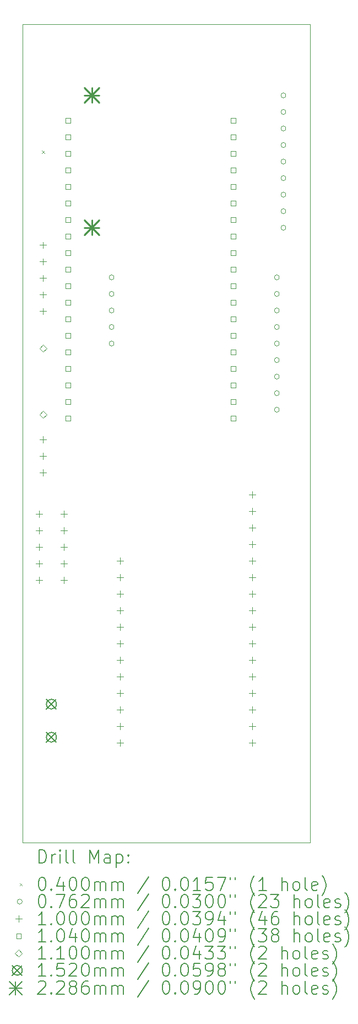
<source format=gbr>
%FSLAX45Y45*%
G04 Gerber Fmt 4.5, Leading zero omitted, Abs format (unit mm)*
G04 Created by KiCad (PCBNEW (6.0.5)) date 2022-09-09 11:41:29*
%MOMM*%
%LPD*%
G01*
G04 APERTURE LIST*
%TA.AperFunction,Profile*%
%ADD10C,0.050000*%
%TD*%
%ADD11C,0.200000*%
%ADD12C,0.040000*%
%ADD13C,0.076200*%
%ADD14C,0.100000*%
%ADD15C,0.104000*%
%ADD16C,0.110000*%
%ADD17C,0.152000*%
%ADD18C,0.228600*%
G04 APERTURE END LIST*
D10*
X17117500Y-3810700D02*
X17117500Y-15841700D01*
X17117500Y-3277300D02*
X17117500Y-3810700D01*
X12697900Y-3810700D02*
X12697900Y-3277300D01*
X12697900Y-3277300D02*
X17117500Y-3277300D01*
X12697900Y-15841700D02*
X12697900Y-3810700D01*
X12697900Y-15841700D02*
X17117500Y-15841700D01*
D11*
D12*
X12997500Y-5214750D02*
X13037500Y-5254750D01*
X13037500Y-5214750D02*
X12997500Y-5254750D01*
D13*
X14107600Y-7163500D02*
G75*
G03*
X14107600Y-7163500I-38100J0D01*
G01*
X14107600Y-7417500D02*
G75*
G03*
X14107600Y-7417500I-38100J0D01*
G01*
X14107600Y-7671500D02*
G75*
G03*
X14107600Y-7671500I-38100J0D01*
G01*
X14107600Y-7925500D02*
G75*
G03*
X14107600Y-7925500I-38100J0D01*
G01*
X14107600Y-8179500D02*
G75*
G03*
X14107600Y-8179500I-38100J0D01*
G01*
X16647600Y-7163500D02*
G75*
G03*
X16647600Y-7163500I-38100J0D01*
G01*
X16647600Y-7417500D02*
G75*
G03*
X16647600Y-7417500I-38100J0D01*
G01*
X16647600Y-7671500D02*
G75*
G03*
X16647600Y-7671500I-38100J0D01*
G01*
X16647600Y-7925500D02*
G75*
G03*
X16647600Y-7925500I-38100J0D01*
G01*
X16647600Y-8179500D02*
G75*
G03*
X16647600Y-8179500I-38100J0D01*
G01*
X16647600Y-8433500D02*
G75*
G03*
X16647600Y-8433500I-38100J0D01*
G01*
X16647600Y-8687500D02*
G75*
G03*
X16647600Y-8687500I-38100J0D01*
G01*
X16647600Y-8941500D02*
G75*
G03*
X16647600Y-8941500I-38100J0D01*
G01*
X16647600Y-9195500D02*
G75*
G03*
X16647600Y-9195500I-38100J0D01*
G01*
X16749200Y-4369500D02*
G75*
G03*
X16749200Y-4369500I-38100J0D01*
G01*
X16749200Y-4623500D02*
G75*
G03*
X16749200Y-4623500I-38100J0D01*
G01*
X16749200Y-4877500D02*
G75*
G03*
X16749200Y-4877500I-38100J0D01*
G01*
X16749200Y-5131500D02*
G75*
G03*
X16749200Y-5131500I-38100J0D01*
G01*
X16749200Y-5385500D02*
G75*
G03*
X16749200Y-5385500I-38100J0D01*
G01*
X16749200Y-5639500D02*
G75*
G03*
X16749200Y-5639500I-38100J0D01*
G01*
X16749200Y-5893500D02*
G75*
G03*
X16749200Y-5893500I-38100J0D01*
G01*
X16749200Y-6147500D02*
G75*
G03*
X16749200Y-6147500I-38100J0D01*
G01*
X16749200Y-6401500D02*
G75*
G03*
X16749200Y-6401500I-38100J0D01*
G01*
D14*
X12956500Y-10748000D02*
X12956500Y-10848000D01*
X12906500Y-10798000D02*
X13006500Y-10798000D01*
X12956500Y-11002000D02*
X12956500Y-11102000D01*
X12906500Y-11052000D02*
X13006500Y-11052000D01*
X12956500Y-11256000D02*
X12956500Y-11356000D01*
X12906500Y-11306000D02*
X13006500Y-11306000D01*
X12956500Y-11510000D02*
X12956500Y-11610000D01*
X12906500Y-11560000D02*
X13006500Y-11560000D01*
X12956500Y-11764000D02*
X12956500Y-11864000D01*
X12906500Y-11814000D02*
X13006500Y-11814000D01*
X13017500Y-6617500D02*
X13017500Y-6717500D01*
X12967500Y-6667500D02*
X13067500Y-6667500D01*
X13017500Y-6871500D02*
X13017500Y-6971500D01*
X12967500Y-6921500D02*
X13067500Y-6921500D01*
X13017500Y-7125500D02*
X13017500Y-7225500D01*
X12967500Y-7175500D02*
X13067500Y-7175500D01*
X13017500Y-7379500D02*
X13017500Y-7479500D01*
X12967500Y-7429500D02*
X13067500Y-7429500D01*
X13017500Y-7633500D02*
X13017500Y-7733500D01*
X12967500Y-7683500D02*
X13067500Y-7683500D01*
X13017500Y-9602000D02*
X13017500Y-9702000D01*
X12967500Y-9652000D02*
X13067500Y-9652000D01*
X13017500Y-9856000D02*
X13017500Y-9956000D01*
X12967500Y-9906000D02*
X13067500Y-9906000D01*
X13017500Y-10110000D02*
X13017500Y-10210000D01*
X12967500Y-10160000D02*
X13067500Y-10160000D01*
X13337500Y-10748000D02*
X13337500Y-10848000D01*
X13287500Y-10798000D02*
X13387500Y-10798000D01*
X13337500Y-11002000D02*
X13337500Y-11102000D01*
X13287500Y-11052000D02*
X13387500Y-11052000D01*
X13337500Y-11256000D02*
X13337500Y-11356000D01*
X13287500Y-11306000D02*
X13387500Y-11306000D01*
X13337500Y-11510000D02*
X13337500Y-11610000D01*
X13287500Y-11560000D02*
X13387500Y-11560000D01*
X13337500Y-11764000D02*
X13337500Y-11864000D01*
X13287500Y-11814000D02*
X13387500Y-11814000D01*
X14200000Y-11462642D02*
X14200000Y-11562642D01*
X14150000Y-11512642D02*
X14250000Y-11512642D01*
X14200000Y-11716642D02*
X14200000Y-11816642D01*
X14150000Y-11766642D02*
X14250000Y-11766642D01*
X14200000Y-11970642D02*
X14200000Y-12070642D01*
X14150000Y-12020642D02*
X14250000Y-12020642D01*
X14200000Y-12224642D02*
X14200000Y-12324642D01*
X14150000Y-12274642D02*
X14250000Y-12274642D01*
X14200000Y-12478642D02*
X14200000Y-12578642D01*
X14150000Y-12528642D02*
X14250000Y-12528642D01*
X14200000Y-12732642D02*
X14200000Y-12832642D01*
X14150000Y-12782642D02*
X14250000Y-12782642D01*
X14200000Y-12986642D02*
X14200000Y-13086642D01*
X14150000Y-13036642D02*
X14250000Y-13036642D01*
X14200000Y-13240642D02*
X14200000Y-13340642D01*
X14150000Y-13290642D02*
X14250000Y-13290642D01*
X14200000Y-13494642D02*
X14200000Y-13594642D01*
X14150000Y-13544642D02*
X14250000Y-13544642D01*
X14200000Y-13748642D02*
X14200000Y-13848642D01*
X14150000Y-13798642D02*
X14250000Y-13798642D01*
X14200000Y-14002642D02*
X14200000Y-14102642D01*
X14150000Y-14052642D02*
X14250000Y-14052642D01*
X14200000Y-14256642D02*
X14200000Y-14356642D01*
X14150000Y-14306642D02*
X14250000Y-14306642D01*
X16232000Y-10446642D02*
X16232000Y-10546642D01*
X16182000Y-10496642D02*
X16282000Y-10496642D01*
X16232000Y-10700642D02*
X16232000Y-10800642D01*
X16182000Y-10750642D02*
X16282000Y-10750642D01*
X16232000Y-10954642D02*
X16232000Y-11054642D01*
X16182000Y-11004642D02*
X16282000Y-11004642D01*
X16232000Y-11208642D02*
X16232000Y-11308642D01*
X16182000Y-11258642D02*
X16282000Y-11258642D01*
X16232000Y-11462642D02*
X16232000Y-11562642D01*
X16182000Y-11512642D02*
X16282000Y-11512642D01*
X16232000Y-11716642D02*
X16232000Y-11816642D01*
X16182000Y-11766642D02*
X16282000Y-11766642D01*
X16232000Y-11970642D02*
X16232000Y-12070642D01*
X16182000Y-12020642D02*
X16282000Y-12020642D01*
X16232000Y-12224642D02*
X16232000Y-12324642D01*
X16182000Y-12274642D02*
X16282000Y-12274642D01*
X16232000Y-12478642D02*
X16232000Y-12578642D01*
X16182000Y-12528642D02*
X16282000Y-12528642D01*
X16232000Y-12732642D02*
X16232000Y-12832642D01*
X16182000Y-12782642D02*
X16282000Y-12782642D01*
X16232000Y-12986642D02*
X16232000Y-13086642D01*
X16182000Y-13036642D02*
X16282000Y-13036642D01*
X16232000Y-13240642D02*
X16232000Y-13340642D01*
X16182000Y-13290642D02*
X16282000Y-13290642D01*
X16232000Y-13494642D02*
X16232000Y-13594642D01*
X16182000Y-13544642D02*
X16282000Y-13544642D01*
X16232000Y-13748642D02*
X16232000Y-13848642D01*
X16182000Y-13798642D02*
X16282000Y-13798642D01*
X16232000Y-14002642D02*
X16232000Y-14102642D01*
X16182000Y-14052642D02*
X16282000Y-14052642D01*
X16232000Y-14256642D02*
X16232000Y-14356642D01*
X16182000Y-14306642D02*
X16282000Y-14306642D01*
D15*
X13435270Y-4791770D02*
X13435270Y-4718230D01*
X13361730Y-4718230D01*
X13361730Y-4791770D01*
X13435270Y-4791770D01*
X13435270Y-5045770D02*
X13435270Y-4972230D01*
X13361730Y-4972230D01*
X13361730Y-5045770D01*
X13435270Y-5045770D01*
X13435270Y-5299770D02*
X13435270Y-5226230D01*
X13361730Y-5226230D01*
X13361730Y-5299770D01*
X13435270Y-5299770D01*
X13435270Y-5553770D02*
X13435270Y-5480230D01*
X13361730Y-5480230D01*
X13361730Y-5553770D01*
X13435270Y-5553770D01*
X13435270Y-5807770D02*
X13435270Y-5734230D01*
X13361730Y-5734230D01*
X13361730Y-5807770D01*
X13435270Y-5807770D01*
X13435270Y-6061770D02*
X13435270Y-5988230D01*
X13361730Y-5988230D01*
X13361730Y-6061770D01*
X13435270Y-6061770D01*
X13435270Y-6315770D02*
X13435270Y-6242230D01*
X13361730Y-6242230D01*
X13361730Y-6315770D01*
X13435270Y-6315770D01*
X13435270Y-6569770D02*
X13435270Y-6496230D01*
X13361730Y-6496230D01*
X13361730Y-6569770D01*
X13435270Y-6569770D01*
X13435270Y-6823770D02*
X13435270Y-6750230D01*
X13361730Y-6750230D01*
X13361730Y-6823770D01*
X13435270Y-6823770D01*
X13435270Y-7077770D02*
X13435270Y-7004230D01*
X13361730Y-7004230D01*
X13361730Y-7077770D01*
X13435270Y-7077770D01*
X13435270Y-7331770D02*
X13435270Y-7258230D01*
X13361730Y-7258230D01*
X13361730Y-7331770D01*
X13435270Y-7331770D01*
X13435270Y-7585770D02*
X13435270Y-7512230D01*
X13361730Y-7512230D01*
X13361730Y-7585770D01*
X13435270Y-7585770D01*
X13435270Y-7839770D02*
X13435270Y-7766230D01*
X13361730Y-7766230D01*
X13361730Y-7839770D01*
X13435270Y-7839770D01*
X13435270Y-8093770D02*
X13435270Y-8020230D01*
X13361730Y-8020230D01*
X13361730Y-8093770D01*
X13435270Y-8093770D01*
X13435270Y-8347770D02*
X13435270Y-8274230D01*
X13361730Y-8274230D01*
X13361730Y-8347770D01*
X13435270Y-8347770D01*
X13435270Y-8601770D02*
X13435270Y-8528230D01*
X13361730Y-8528230D01*
X13361730Y-8601770D01*
X13435270Y-8601770D01*
X13435270Y-8855770D02*
X13435270Y-8782230D01*
X13361730Y-8782230D01*
X13361730Y-8855770D01*
X13435270Y-8855770D01*
X13435270Y-9109770D02*
X13435270Y-9036230D01*
X13361730Y-9036230D01*
X13361730Y-9109770D01*
X13435270Y-9109770D01*
X13435270Y-9363770D02*
X13435270Y-9290230D01*
X13361730Y-9290230D01*
X13361730Y-9363770D01*
X13435270Y-9363770D01*
X15975270Y-4791770D02*
X15975270Y-4718230D01*
X15901730Y-4718230D01*
X15901730Y-4791770D01*
X15975270Y-4791770D01*
X15975270Y-5045770D02*
X15975270Y-4972230D01*
X15901730Y-4972230D01*
X15901730Y-5045770D01*
X15975270Y-5045770D01*
X15975270Y-5299770D02*
X15975270Y-5226230D01*
X15901730Y-5226230D01*
X15901730Y-5299770D01*
X15975270Y-5299770D01*
X15975270Y-5553770D02*
X15975270Y-5480230D01*
X15901730Y-5480230D01*
X15901730Y-5553770D01*
X15975270Y-5553770D01*
X15975270Y-5807770D02*
X15975270Y-5734230D01*
X15901730Y-5734230D01*
X15901730Y-5807770D01*
X15975270Y-5807770D01*
X15975270Y-6061770D02*
X15975270Y-5988230D01*
X15901730Y-5988230D01*
X15901730Y-6061770D01*
X15975270Y-6061770D01*
X15975270Y-6315770D02*
X15975270Y-6242230D01*
X15901730Y-6242230D01*
X15901730Y-6315770D01*
X15975270Y-6315770D01*
X15975270Y-6569770D02*
X15975270Y-6496230D01*
X15901730Y-6496230D01*
X15901730Y-6569770D01*
X15975270Y-6569770D01*
X15975270Y-6823770D02*
X15975270Y-6750230D01*
X15901730Y-6750230D01*
X15901730Y-6823770D01*
X15975270Y-6823770D01*
X15975270Y-7077770D02*
X15975270Y-7004230D01*
X15901730Y-7004230D01*
X15901730Y-7077770D01*
X15975270Y-7077770D01*
X15975270Y-7331770D02*
X15975270Y-7258230D01*
X15901730Y-7258230D01*
X15901730Y-7331770D01*
X15975270Y-7331770D01*
X15975270Y-7585770D02*
X15975270Y-7512230D01*
X15901730Y-7512230D01*
X15901730Y-7585770D01*
X15975270Y-7585770D01*
X15975270Y-7839770D02*
X15975270Y-7766230D01*
X15901730Y-7766230D01*
X15901730Y-7839770D01*
X15975270Y-7839770D01*
X15975270Y-8093770D02*
X15975270Y-8020230D01*
X15901730Y-8020230D01*
X15901730Y-8093770D01*
X15975270Y-8093770D01*
X15975270Y-8347770D02*
X15975270Y-8274230D01*
X15901730Y-8274230D01*
X15901730Y-8347770D01*
X15975270Y-8347770D01*
X15975270Y-8601770D02*
X15975270Y-8528230D01*
X15901730Y-8528230D01*
X15901730Y-8601770D01*
X15975270Y-8601770D01*
X15975270Y-8855770D02*
X15975270Y-8782230D01*
X15901730Y-8782230D01*
X15901730Y-8855770D01*
X15975270Y-8855770D01*
X15975270Y-9109770D02*
X15975270Y-9036230D01*
X15901730Y-9036230D01*
X15901730Y-9109770D01*
X15975270Y-9109770D01*
X15975270Y-9363770D02*
X15975270Y-9290230D01*
X15901730Y-9290230D01*
X15901730Y-9363770D01*
X15975270Y-9363770D01*
D16*
X13017500Y-8310000D02*
X13072500Y-8255000D01*
X13017500Y-8200000D01*
X12962500Y-8255000D01*
X13017500Y-8310000D01*
X13017500Y-9326000D02*
X13072500Y-9271000D01*
X13017500Y-9216000D01*
X12962500Y-9271000D01*
X13017500Y-9326000D01*
D17*
X13068500Y-13640000D02*
X13220500Y-13792000D01*
X13220500Y-13640000D02*
X13068500Y-13792000D01*
X13220500Y-13716000D02*
G75*
G03*
X13220500Y-13716000I-76000J0D01*
G01*
X13068500Y-14148000D02*
X13220500Y-14300000D01*
X13220500Y-14148000D02*
X13068500Y-14300000D01*
X13220500Y-14224000D02*
G75*
G03*
X13220500Y-14224000I-76000J0D01*
G01*
D18*
X13650400Y-4255200D02*
X13879000Y-4483800D01*
X13879000Y-4255200D02*
X13650400Y-4483800D01*
X13764700Y-4255200D02*
X13764700Y-4483800D01*
X13650400Y-4369500D02*
X13879000Y-4369500D01*
X13650400Y-6287200D02*
X13879000Y-6515800D01*
X13879000Y-6287200D02*
X13650400Y-6515800D01*
X13764700Y-6287200D02*
X13764700Y-6515800D01*
X13650400Y-6401500D02*
X13879000Y-6401500D01*
D11*
X12953019Y-16154676D02*
X12953019Y-15954676D01*
X13000638Y-15954676D01*
X13029209Y-15964200D01*
X13048257Y-15983247D01*
X13057781Y-16002295D01*
X13067305Y-16040390D01*
X13067305Y-16068962D01*
X13057781Y-16107057D01*
X13048257Y-16126105D01*
X13029209Y-16145152D01*
X13000638Y-16154676D01*
X12953019Y-16154676D01*
X13153019Y-16154676D02*
X13153019Y-16021343D01*
X13153019Y-16059438D02*
X13162543Y-16040390D01*
X13172066Y-16030866D01*
X13191114Y-16021343D01*
X13210162Y-16021343D01*
X13276828Y-16154676D02*
X13276828Y-16021343D01*
X13276828Y-15954676D02*
X13267305Y-15964200D01*
X13276828Y-15973724D01*
X13286352Y-15964200D01*
X13276828Y-15954676D01*
X13276828Y-15973724D01*
X13400638Y-16154676D02*
X13381590Y-16145152D01*
X13372066Y-16126105D01*
X13372066Y-15954676D01*
X13505400Y-16154676D02*
X13486352Y-16145152D01*
X13476828Y-16126105D01*
X13476828Y-15954676D01*
X13733971Y-16154676D02*
X13733971Y-15954676D01*
X13800638Y-16097533D01*
X13867305Y-15954676D01*
X13867305Y-16154676D01*
X14048257Y-16154676D02*
X14048257Y-16049914D01*
X14038733Y-16030866D01*
X14019686Y-16021343D01*
X13981590Y-16021343D01*
X13962543Y-16030866D01*
X14048257Y-16145152D02*
X14029209Y-16154676D01*
X13981590Y-16154676D01*
X13962543Y-16145152D01*
X13953019Y-16126105D01*
X13953019Y-16107057D01*
X13962543Y-16088009D01*
X13981590Y-16078486D01*
X14029209Y-16078486D01*
X14048257Y-16068962D01*
X14143495Y-16021343D02*
X14143495Y-16221343D01*
X14143495Y-16030866D02*
X14162543Y-16021343D01*
X14200638Y-16021343D01*
X14219686Y-16030866D01*
X14229209Y-16040390D01*
X14238733Y-16059438D01*
X14238733Y-16116581D01*
X14229209Y-16135628D01*
X14219686Y-16145152D01*
X14200638Y-16154676D01*
X14162543Y-16154676D01*
X14143495Y-16145152D01*
X14324447Y-16135628D02*
X14333971Y-16145152D01*
X14324447Y-16154676D01*
X14314924Y-16145152D01*
X14324447Y-16135628D01*
X14324447Y-16154676D01*
X14324447Y-16030866D02*
X14333971Y-16040390D01*
X14324447Y-16049914D01*
X14314924Y-16040390D01*
X14324447Y-16030866D01*
X14324447Y-16049914D01*
D12*
X12655400Y-16464200D02*
X12695400Y-16504200D01*
X12695400Y-16464200D02*
X12655400Y-16504200D01*
D11*
X12991114Y-16374676D02*
X13010162Y-16374676D01*
X13029209Y-16384200D01*
X13038733Y-16393724D01*
X13048257Y-16412771D01*
X13057781Y-16450866D01*
X13057781Y-16498486D01*
X13048257Y-16536581D01*
X13038733Y-16555628D01*
X13029209Y-16565152D01*
X13010162Y-16574676D01*
X12991114Y-16574676D01*
X12972066Y-16565152D01*
X12962543Y-16555628D01*
X12953019Y-16536581D01*
X12943495Y-16498486D01*
X12943495Y-16450866D01*
X12953019Y-16412771D01*
X12962543Y-16393724D01*
X12972066Y-16384200D01*
X12991114Y-16374676D01*
X13143495Y-16555628D02*
X13153019Y-16565152D01*
X13143495Y-16574676D01*
X13133971Y-16565152D01*
X13143495Y-16555628D01*
X13143495Y-16574676D01*
X13324447Y-16441343D02*
X13324447Y-16574676D01*
X13276828Y-16365152D02*
X13229209Y-16508009D01*
X13353019Y-16508009D01*
X13467305Y-16374676D02*
X13486352Y-16374676D01*
X13505400Y-16384200D01*
X13514924Y-16393724D01*
X13524447Y-16412771D01*
X13533971Y-16450866D01*
X13533971Y-16498486D01*
X13524447Y-16536581D01*
X13514924Y-16555628D01*
X13505400Y-16565152D01*
X13486352Y-16574676D01*
X13467305Y-16574676D01*
X13448257Y-16565152D01*
X13438733Y-16555628D01*
X13429209Y-16536581D01*
X13419686Y-16498486D01*
X13419686Y-16450866D01*
X13429209Y-16412771D01*
X13438733Y-16393724D01*
X13448257Y-16384200D01*
X13467305Y-16374676D01*
X13657781Y-16374676D02*
X13676828Y-16374676D01*
X13695876Y-16384200D01*
X13705400Y-16393724D01*
X13714924Y-16412771D01*
X13724447Y-16450866D01*
X13724447Y-16498486D01*
X13714924Y-16536581D01*
X13705400Y-16555628D01*
X13695876Y-16565152D01*
X13676828Y-16574676D01*
X13657781Y-16574676D01*
X13638733Y-16565152D01*
X13629209Y-16555628D01*
X13619686Y-16536581D01*
X13610162Y-16498486D01*
X13610162Y-16450866D01*
X13619686Y-16412771D01*
X13629209Y-16393724D01*
X13638733Y-16384200D01*
X13657781Y-16374676D01*
X13810162Y-16574676D02*
X13810162Y-16441343D01*
X13810162Y-16460390D02*
X13819686Y-16450866D01*
X13838733Y-16441343D01*
X13867305Y-16441343D01*
X13886352Y-16450866D01*
X13895876Y-16469914D01*
X13895876Y-16574676D01*
X13895876Y-16469914D02*
X13905400Y-16450866D01*
X13924447Y-16441343D01*
X13953019Y-16441343D01*
X13972066Y-16450866D01*
X13981590Y-16469914D01*
X13981590Y-16574676D01*
X14076828Y-16574676D02*
X14076828Y-16441343D01*
X14076828Y-16460390D02*
X14086352Y-16450866D01*
X14105400Y-16441343D01*
X14133971Y-16441343D01*
X14153019Y-16450866D01*
X14162543Y-16469914D01*
X14162543Y-16574676D01*
X14162543Y-16469914D02*
X14172066Y-16450866D01*
X14191114Y-16441343D01*
X14219686Y-16441343D01*
X14238733Y-16450866D01*
X14248257Y-16469914D01*
X14248257Y-16574676D01*
X14638733Y-16365152D02*
X14467305Y-16622295D01*
X14895876Y-16374676D02*
X14914924Y-16374676D01*
X14933971Y-16384200D01*
X14943495Y-16393724D01*
X14953019Y-16412771D01*
X14962543Y-16450866D01*
X14962543Y-16498486D01*
X14953019Y-16536581D01*
X14943495Y-16555628D01*
X14933971Y-16565152D01*
X14914924Y-16574676D01*
X14895876Y-16574676D01*
X14876828Y-16565152D01*
X14867305Y-16555628D01*
X14857781Y-16536581D01*
X14848257Y-16498486D01*
X14848257Y-16450866D01*
X14857781Y-16412771D01*
X14867305Y-16393724D01*
X14876828Y-16384200D01*
X14895876Y-16374676D01*
X15048257Y-16555628D02*
X15057781Y-16565152D01*
X15048257Y-16574676D01*
X15038733Y-16565152D01*
X15048257Y-16555628D01*
X15048257Y-16574676D01*
X15181590Y-16374676D02*
X15200638Y-16374676D01*
X15219686Y-16384200D01*
X15229209Y-16393724D01*
X15238733Y-16412771D01*
X15248257Y-16450866D01*
X15248257Y-16498486D01*
X15238733Y-16536581D01*
X15229209Y-16555628D01*
X15219686Y-16565152D01*
X15200638Y-16574676D01*
X15181590Y-16574676D01*
X15162543Y-16565152D01*
X15153019Y-16555628D01*
X15143495Y-16536581D01*
X15133971Y-16498486D01*
X15133971Y-16450866D01*
X15143495Y-16412771D01*
X15153019Y-16393724D01*
X15162543Y-16384200D01*
X15181590Y-16374676D01*
X15438733Y-16574676D02*
X15324447Y-16574676D01*
X15381590Y-16574676D02*
X15381590Y-16374676D01*
X15362543Y-16403247D01*
X15343495Y-16422295D01*
X15324447Y-16431819D01*
X15619686Y-16374676D02*
X15524447Y-16374676D01*
X15514924Y-16469914D01*
X15524447Y-16460390D01*
X15543495Y-16450866D01*
X15591114Y-16450866D01*
X15610162Y-16460390D01*
X15619686Y-16469914D01*
X15629209Y-16488962D01*
X15629209Y-16536581D01*
X15619686Y-16555628D01*
X15610162Y-16565152D01*
X15591114Y-16574676D01*
X15543495Y-16574676D01*
X15524447Y-16565152D01*
X15514924Y-16555628D01*
X15695876Y-16374676D02*
X15829209Y-16374676D01*
X15743495Y-16574676D01*
X15895876Y-16374676D02*
X15895876Y-16412771D01*
X15972066Y-16374676D02*
X15972066Y-16412771D01*
X16267305Y-16650866D02*
X16257781Y-16641343D01*
X16238733Y-16612771D01*
X16229209Y-16593724D01*
X16219686Y-16565152D01*
X16210162Y-16517533D01*
X16210162Y-16479438D01*
X16219686Y-16431819D01*
X16229209Y-16403247D01*
X16238733Y-16384200D01*
X16257781Y-16355628D01*
X16267305Y-16346105D01*
X16448257Y-16574676D02*
X16333971Y-16574676D01*
X16391114Y-16574676D02*
X16391114Y-16374676D01*
X16372066Y-16403247D01*
X16353019Y-16422295D01*
X16333971Y-16431819D01*
X16686352Y-16574676D02*
X16686352Y-16374676D01*
X16772066Y-16574676D02*
X16772066Y-16469914D01*
X16762543Y-16450866D01*
X16743495Y-16441343D01*
X16714924Y-16441343D01*
X16695876Y-16450866D01*
X16686352Y-16460390D01*
X16895876Y-16574676D02*
X16876828Y-16565152D01*
X16867305Y-16555628D01*
X16857781Y-16536581D01*
X16857781Y-16479438D01*
X16867305Y-16460390D01*
X16876828Y-16450866D01*
X16895876Y-16441343D01*
X16924448Y-16441343D01*
X16943495Y-16450866D01*
X16953019Y-16460390D01*
X16962543Y-16479438D01*
X16962543Y-16536581D01*
X16953019Y-16555628D01*
X16943495Y-16565152D01*
X16924448Y-16574676D01*
X16895876Y-16574676D01*
X17076828Y-16574676D02*
X17057781Y-16565152D01*
X17048257Y-16546105D01*
X17048257Y-16374676D01*
X17229209Y-16565152D02*
X17210162Y-16574676D01*
X17172067Y-16574676D01*
X17153019Y-16565152D01*
X17143495Y-16546105D01*
X17143495Y-16469914D01*
X17153019Y-16450866D01*
X17172067Y-16441343D01*
X17210162Y-16441343D01*
X17229209Y-16450866D01*
X17238733Y-16469914D01*
X17238733Y-16488962D01*
X17143495Y-16508009D01*
X17305400Y-16650866D02*
X17314924Y-16641343D01*
X17333971Y-16612771D01*
X17343495Y-16593724D01*
X17353019Y-16565152D01*
X17362543Y-16517533D01*
X17362543Y-16479438D01*
X17353019Y-16431819D01*
X17343495Y-16403247D01*
X17333971Y-16384200D01*
X17314924Y-16355628D01*
X17305400Y-16346105D01*
D13*
X12695400Y-16748200D02*
G75*
G03*
X12695400Y-16748200I-38100J0D01*
G01*
D11*
X12991114Y-16638676D02*
X13010162Y-16638676D01*
X13029209Y-16648200D01*
X13038733Y-16657724D01*
X13048257Y-16676771D01*
X13057781Y-16714866D01*
X13057781Y-16762486D01*
X13048257Y-16800581D01*
X13038733Y-16819628D01*
X13029209Y-16829152D01*
X13010162Y-16838676D01*
X12991114Y-16838676D01*
X12972066Y-16829152D01*
X12962543Y-16819628D01*
X12953019Y-16800581D01*
X12943495Y-16762486D01*
X12943495Y-16714866D01*
X12953019Y-16676771D01*
X12962543Y-16657724D01*
X12972066Y-16648200D01*
X12991114Y-16638676D01*
X13143495Y-16819628D02*
X13153019Y-16829152D01*
X13143495Y-16838676D01*
X13133971Y-16829152D01*
X13143495Y-16819628D01*
X13143495Y-16838676D01*
X13219686Y-16638676D02*
X13353019Y-16638676D01*
X13267305Y-16838676D01*
X13514924Y-16638676D02*
X13476828Y-16638676D01*
X13457781Y-16648200D01*
X13448257Y-16657724D01*
X13429209Y-16686295D01*
X13419686Y-16724390D01*
X13419686Y-16800581D01*
X13429209Y-16819628D01*
X13438733Y-16829152D01*
X13457781Y-16838676D01*
X13495876Y-16838676D01*
X13514924Y-16829152D01*
X13524447Y-16819628D01*
X13533971Y-16800581D01*
X13533971Y-16752962D01*
X13524447Y-16733914D01*
X13514924Y-16724390D01*
X13495876Y-16714866D01*
X13457781Y-16714866D01*
X13438733Y-16724390D01*
X13429209Y-16733914D01*
X13419686Y-16752962D01*
X13610162Y-16657724D02*
X13619686Y-16648200D01*
X13638733Y-16638676D01*
X13686352Y-16638676D01*
X13705400Y-16648200D01*
X13714924Y-16657724D01*
X13724447Y-16676771D01*
X13724447Y-16695819D01*
X13714924Y-16724390D01*
X13600638Y-16838676D01*
X13724447Y-16838676D01*
X13810162Y-16838676D02*
X13810162Y-16705343D01*
X13810162Y-16724390D02*
X13819686Y-16714866D01*
X13838733Y-16705343D01*
X13867305Y-16705343D01*
X13886352Y-16714866D01*
X13895876Y-16733914D01*
X13895876Y-16838676D01*
X13895876Y-16733914D02*
X13905400Y-16714866D01*
X13924447Y-16705343D01*
X13953019Y-16705343D01*
X13972066Y-16714866D01*
X13981590Y-16733914D01*
X13981590Y-16838676D01*
X14076828Y-16838676D02*
X14076828Y-16705343D01*
X14076828Y-16724390D02*
X14086352Y-16714866D01*
X14105400Y-16705343D01*
X14133971Y-16705343D01*
X14153019Y-16714866D01*
X14162543Y-16733914D01*
X14162543Y-16838676D01*
X14162543Y-16733914D02*
X14172066Y-16714866D01*
X14191114Y-16705343D01*
X14219686Y-16705343D01*
X14238733Y-16714866D01*
X14248257Y-16733914D01*
X14248257Y-16838676D01*
X14638733Y-16629152D02*
X14467305Y-16886295D01*
X14895876Y-16638676D02*
X14914924Y-16638676D01*
X14933971Y-16648200D01*
X14943495Y-16657724D01*
X14953019Y-16676771D01*
X14962543Y-16714866D01*
X14962543Y-16762486D01*
X14953019Y-16800581D01*
X14943495Y-16819628D01*
X14933971Y-16829152D01*
X14914924Y-16838676D01*
X14895876Y-16838676D01*
X14876828Y-16829152D01*
X14867305Y-16819628D01*
X14857781Y-16800581D01*
X14848257Y-16762486D01*
X14848257Y-16714866D01*
X14857781Y-16676771D01*
X14867305Y-16657724D01*
X14876828Y-16648200D01*
X14895876Y-16638676D01*
X15048257Y-16819628D02*
X15057781Y-16829152D01*
X15048257Y-16838676D01*
X15038733Y-16829152D01*
X15048257Y-16819628D01*
X15048257Y-16838676D01*
X15181590Y-16638676D02*
X15200638Y-16638676D01*
X15219686Y-16648200D01*
X15229209Y-16657724D01*
X15238733Y-16676771D01*
X15248257Y-16714866D01*
X15248257Y-16762486D01*
X15238733Y-16800581D01*
X15229209Y-16819628D01*
X15219686Y-16829152D01*
X15200638Y-16838676D01*
X15181590Y-16838676D01*
X15162543Y-16829152D01*
X15153019Y-16819628D01*
X15143495Y-16800581D01*
X15133971Y-16762486D01*
X15133971Y-16714866D01*
X15143495Y-16676771D01*
X15153019Y-16657724D01*
X15162543Y-16648200D01*
X15181590Y-16638676D01*
X15314924Y-16638676D02*
X15438733Y-16638676D01*
X15372066Y-16714866D01*
X15400638Y-16714866D01*
X15419686Y-16724390D01*
X15429209Y-16733914D01*
X15438733Y-16752962D01*
X15438733Y-16800581D01*
X15429209Y-16819628D01*
X15419686Y-16829152D01*
X15400638Y-16838676D01*
X15343495Y-16838676D01*
X15324447Y-16829152D01*
X15314924Y-16819628D01*
X15562543Y-16638676D02*
X15581590Y-16638676D01*
X15600638Y-16648200D01*
X15610162Y-16657724D01*
X15619686Y-16676771D01*
X15629209Y-16714866D01*
X15629209Y-16762486D01*
X15619686Y-16800581D01*
X15610162Y-16819628D01*
X15600638Y-16829152D01*
X15581590Y-16838676D01*
X15562543Y-16838676D01*
X15543495Y-16829152D01*
X15533971Y-16819628D01*
X15524447Y-16800581D01*
X15514924Y-16762486D01*
X15514924Y-16714866D01*
X15524447Y-16676771D01*
X15533971Y-16657724D01*
X15543495Y-16648200D01*
X15562543Y-16638676D01*
X15753019Y-16638676D02*
X15772066Y-16638676D01*
X15791114Y-16648200D01*
X15800638Y-16657724D01*
X15810162Y-16676771D01*
X15819686Y-16714866D01*
X15819686Y-16762486D01*
X15810162Y-16800581D01*
X15800638Y-16819628D01*
X15791114Y-16829152D01*
X15772066Y-16838676D01*
X15753019Y-16838676D01*
X15733971Y-16829152D01*
X15724447Y-16819628D01*
X15714924Y-16800581D01*
X15705400Y-16762486D01*
X15705400Y-16714866D01*
X15714924Y-16676771D01*
X15724447Y-16657724D01*
X15733971Y-16648200D01*
X15753019Y-16638676D01*
X15895876Y-16638676D02*
X15895876Y-16676771D01*
X15972066Y-16638676D02*
X15972066Y-16676771D01*
X16267305Y-16914867D02*
X16257781Y-16905343D01*
X16238733Y-16876771D01*
X16229209Y-16857724D01*
X16219686Y-16829152D01*
X16210162Y-16781533D01*
X16210162Y-16743438D01*
X16219686Y-16695819D01*
X16229209Y-16667247D01*
X16238733Y-16648200D01*
X16257781Y-16619628D01*
X16267305Y-16610105D01*
X16333971Y-16657724D02*
X16343495Y-16648200D01*
X16362543Y-16638676D01*
X16410162Y-16638676D01*
X16429209Y-16648200D01*
X16438733Y-16657724D01*
X16448257Y-16676771D01*
X16448257Y-16695819D01*
X16438733Y-16724390D01*
X16324447Y-16838676D01*
X16448257Y-16838676D01*
X16514924Y-16638676D02*
X16638733Y-16638676D01*
X16572066Y-16714866D01*
X16600638Y-16714866D01*
X16619686Y-16724390D01*
X16629209Y-16733914D01*
X16638733Y-16752962D01*
X16638733Y-16800581D01*
X16629209Y-16819628D01*
X16619686Y-16829152D01*
X16600638Y-16838676D01*
X16543495Y-16838676D01*
X16524447Y-16829152D01*
X16514924Y-16819628D01*
X16876828Y-16838676D02*
X16876828Y-16638676D01*
X16962543Y-16838676D02*
X16962543Y-16733914D01*
X16953019Y-16714866D01*
X16933971Y-16705343D01*
X16905400Y-16705343D01*
X16886352Y-16714866D01*
X16876828Y-16724390D01*
X17086352Y-16838676D02*
X17067305Y-16829152D01*
X17057781Y-16819628D01*
X17048257Y-16800581D01*
X17048257Y-16743438D01*
X17057781Y-16724390D01*
X17067305Y-16714866D01*
X17086352Y-16705343D01*
X17114924Y-16705343D01*
X17133971Y-16714866D01*
X17143495Y-16724390D01*
X17153019Y-16743438D01*
X17153019Y-16800581D01*
X17143495Y-16819628D01*
X17133971Y-16829152D01*
X17114924Y-16838676D01*
X17086352Y-16838676D01*
X17267305Y-16838676D02*
X17248257Y-16829152D01*
X17238733Y-16810105D01*
X17238733Y-16638676D01*
X17419686Y-16829152D02*
X17400638Y-16838676D01*
X17362543Y-16838676D01*
X17343495Y-16829152D01*
X17333971Y-16810105D01*
X17333971Y-16733914D01*
X17343495Y-16714866D01*
X17362543Y-16705343D01*
X17400638Y-16705343D01*
X17419686Y-16714866D01*
X17429209Y-16733914D01*
X17429209Y-16752962D01*
X17333971Y-16772009D01*
X17505400Y-16829152D02*
X17524448Y-16838676D01*
X17562543Y-16838676D01*
X17581590Y-16829152D01*
X17591114Y-16810105D01*
X17591114Y-16800581D01*
X17581590Y-16781533D01*
X17562543Y-16772009D01*
X17533971Y-16772009D01*
X17514924Y-16762486D01*
X17505400Y-16743438D01*
X17505400Y-16733914D01*
X17514924Y-16714866D01*
X17533971Y-16705343D01*
X17562543Y-16705343D01*
X17581590Y-16714866D01*
X17657781Y-16914867D02*
X17667305Y-16905343D01*
X17686352Y-16876771D01*
X17695876Y-16857724D01*
X17705400Y-16829152D01*
X17714924Y-16781533D01*
X17714924Y-16743438D01*
X17705400Y-16695819D01*
X17695876Y-16667247D01*
X17686352Y-16648200D01*
X17667305Y-16619628D01*
X17657781Y-16610105D01*
D14*
X12645400Y-16962200D02*
X12645400Y-17062200D01*
X12595400Y-17012200D02*
X12695400Y-17012200D01*
D11*
X13057781Y-17102676D02*
X12943495Y-17102676D01*
X13000638Y-17102676D02*
X13000638Y-16902676D01*
X12981590Y-16931248D01*
X12962543Y-16950295D01*
X12943495Y-16959819D01*
X13143495Y-17083628D02*
X13153019Y-17093152D01*
X13143495Y-17102676D01*
X13133971Y-17093152D01*
X13143495Y-17083628D01*
X13143495Y-17102676D01*
X13276828Y-16902676D02*
X13295876Y-16902676D01*
X13314924Y-16912200D01*
X13324447Y-16921724D01*
X13333971Y-16940771D01*
X13343495Y-16978867D01*
X13343495Y-17026486D01*
X13333971Y-17064581D01*
X13324447Y-17083628D01*
X13314924Y-17093152D01*
X13295876Y-17102676D01*
X13276828Y-17102676D01*
X13257781Y-17093152D01*
X13248257Y-17083628D01*
X13238733Y-17064581D01*
X13229209Y-17026486D01*
X13229209Y-16978867D01*
X13238733Y-16940771D01*
X13248257Y-16921724D01*
X13257781Y-16912200D01*
X13276828Y-16902676D01*
X13467305Y-16902676D02*
X13486352Y-16902676D01*
X13505400Y-16912200D01*
X13514924Y-16921724D01*
X13524447Y-16940771D01*
X13533971Y-16978867D01*
X13533971Y-17026486D01*
X13524447Y-17064581D01*
X13514924Y-17083628D01*
X13505400Y-17093152D01*
X13486352Y-17102676D01*
X13467305Y-17102676D01*
X13448257Y-17093152D01*
X13438733Y-17083628D01*
X13429209Y-17064581D01*
X13419686Y-17026486D01*
X13419686Y-16978867D01*
X13429209Y-16940771D01*
X13438733Y-16921724D01*
X13448257Y-16912200D01*
X13467305Y-16902676D01*
X13657781Y-16902676D02*
X13676828Y-16902676D01*
X13695876Y-16912200D01*
X13705400Y-16921724D01*
X13714924Y-16940771D01*
X13724447Y-16978867D01*
X13724447Y-17026486D01*
X13714924Y-17064581D01*
X13705400Y-17083628D01*
X13695876Y-17093152D01*
X13676828Y-17102676D01*
X13657781Y-17102676D01*
X13638733Y-17093152D01*
X13629209Y-17083628D01*
X13619686Y-17064581D01*
X13610162Y-17026486D01*
X13610162Y-16978867D01*
X13619686Y-16940771D01*
X13629209Y-16921724D01*
X13638733Y-16912200D01*
X13657781Y-16902676D01*
X13810162Y-17102676D02*
X13810162Y-16969343D01*
X13810162Y-16988390D02*
X13819686Y-16978867D01*
X13838733Y-16969343D01*
X13867305Y-16969343D01*
X13886352Y-16978867D01*
X13895876Y-16997914D01*
X13895876Y-17102676D01*
X13895876Y-16997914D02*
X13905400Y-16978867D01*
X13924447Y-16969343D01*
X13953019Y-16969343D01*
X13972066Y-16978867D01*
X13981590Y-16997914D01*
X13981590Y-17102676D01*
X14076828Y-17102676D02*
X14076828Y-16969343D01*
X14076828Y-16988390D02*
X14086352Y-16978867D01*
X14105400Y-16969343D01*
X14133971Y-16969343D01*
X14153019Y-16978867D01*
X14162543Y-16997914D01*
X14162543Y-17102676D01*
X14162543Y-16997914D02*
X14172066Y-16978867D01*
X14191114Y-16969343D01*
X14219686Y-16969343D01*
X14238733Y-16978867D01*
X14248257Y-16997914D01*
X14248257Y-17102676D01*
X14638733Y-16893152D02*
X14467305Y-17150295D01*
X14895876Y-16902676D02*
X14914924Y-16902676D01*
X14933971Y-16912200D01*
X14943495Y-16921724D01*
X14953019Y-16940771D01*
X14962543Y-16978867D01*
X14962543Y-17026486D01*
X14953019Y-17064581D01*
X14943495Y-17083628D01*
X14933971Y-17093152D01*
X14914924Y-17102676D01*
X14895876Y-17102676D01*
X14876828Y-17093152D01*
X14867305Y-17083628D01*
X14857781Y-17064581D01*
X14848257Y-17026486D01*
X14848257Y-16978867D01*
X14857781Y-16940771D01*
X14867305Y-16921724D01*
X14876828Y-16912200D01*
X14895876Y-16902676D01*
X15048257Y-17083628D02*
X15057781Y-17093152D01*
X15048257Y-17102676D01*
X15038733Y-17093152D01*
X15048257Y-17083628D01*
X15048257Y-17102676D01*
X15181590Y-16902676D02*
X15200638Y-16902676D01*
X15219686Y-16912200D01*
X15229209Y-16921724D01*
X15238733Y-16940771D01*
X15248257Y-16978867D01*
X15248257Y-17026486D01*
X15238733Y-17064581D01*
X15229209Y-17083628D01*
X15219686Y-17093152D01*
X15200638Y-17102676D01*
X15181590Y-17102676D01*
X15162543Y-17093152D01*
X15153019Y-17083628D01*
X15143495Y-17064581D01*
X15133971Y-17026486D01*
X15133971Y-16978867D01*
X15143495Y-16940771D01*
X15153019Y-16921724D01*
X15162543Y-16912200D01*
X15181590Y-16902676D01*
X15314924Y-16902676D02*
X15438733Y-16902676D01*
X15372066Y-16978867D01*
X15400638Y-16978867D01*
X15419686Y-16988390D01*
X15429209Y-16997914D01*
X15438733Y-17016962D01*
X15438733Y-17064581D01*
X15429209Y-17083628D01*
X15419686Y-17093152D01*
X15400638Y-17102676D01*
X15343495Y-17102676D01*
X15324447Y-17093152D01*
X15314924Y-17083628D01*
X15533971Y-17102676D02*
X15572066Y-17102676D01*
X15591114Y-17093152D01*
X15600638Y-17083628D01*
X15619686Y-17055057D01*
X15629209Y-17016962D01*
X15629209Y-16940771D01*
X15619686Y-16921724D01*
X15610162Y-16912200D01*
X15591114Y-16902676D01*
X15553019Y-16902676D01*
X15533971Y-16912200D01*
X15524447Y-16921724D01*
X15514924Y-16940771D01*
X15514924Y-16988390D01*
X15524447Y-17007438D01*
X15533971Y-17016962D01*
X15553019Y-17026486D01*
X15591114Y-17026486D01*
X15610162Y-17016962D01*
X15619686Y-17007438D01*
X15629209Y-16988390D01*
X15800638Y-16969343D02*
X15800638Y-17102676D01*
X15753019Y-16893152D02*
X15705400Y-17036009D01*
X15829209Y-17036009D01*
X15895876Y-16902676D02*
X15895876Y-16940771D01*
X15972066Y-16902676D02*
X15972066Y-16940771D01*
X16267305Y-17178867D02*
X16257781Y-17169343D01*
X16238733Y-17140771D01*
X16229209Y-17121724D01*
X16219686Y-17093152D01*
X16210162Y-17045533D01*
X16210162Y-17007438D01*
X16219686Y-16959819D01*
X16229209Y-16931248D01*
X16238733Y-16912200D01*
X16257781Y-16883628D01*
X16267305Y-16874105D01*
X16429209Y-16969343D02*
X16429209Y-17102676D01*
X16381590Y-16893152D02*
X16333971Y-17036009D01*
X16457781Y-17036009D01*
X16619686Y-16902676D02*
X16581590Y-16902676D01*
X16562543Y-16912200D01*
X16553019Y-16921724D01*
X16533971Y-16950295D01*
X16524447Y-16988390D01*
X16524447Y-17064581D01*
X16533971Y-17083628D01*
X16543495Y-17093152D01*
X16562543Y-17102676D01*
X16600638Y-17102676D01*
X16619686Y-17093152D01*
X16629209Y-17083628D01*
X16638733Y-17064581D01*
X16638733Y-17016962D01*
X16629209Y-16997914D01*
X16619686Y-16988390D01*
X16600638Y-16978867D01*
X16562543Y-16978867D01*
X16543495Y-16988390D01*
X16533971Y-16997914D01*
X16524447Y-17016962D01*
X16876828Y-17102676D02*
X16876828Y-16902676D01*
X16962543Y-17102676D02*
X16962543Y-16997914D01*
X16953019Y-16978867D01*
X16933971Y-16969343D01*
X16905400Y-16969343D01*
X16886352Y-16978867D01*
X16876828Y-16988390D01*
X17086352Y-17102676D02*
X17067305Y-17093152D01*
X17057781Y-17083628D01*
X17048257Y-17064581D01*
X17048257Y-17007438D01*
X17057781Y-16988390D01*
X17067305Y-16978867D01*
X17086352Y-16969343D01*
X17114924Y-16969343D01*
X17133971Y-16978867D01*
X17143495Y-16988390D01*
X17153019Y-17007438D01*
X17153019Y-17064581D01*
X17143495Y-17083628D01*
X17133971Y-17093152D01*
X17114924Y-17102676D01*
X17086352Y-17102676D01*
X17267305Y-17102676D02*
X17248257Y-17093152D01*
X17238733Y-17074105D01*
X17238733Y-16902676D01*
X17419686Y-17093152D02*
X17400638Y-17102676D01*
X17362543Y-17102676D01*
X17343495Y-17093152D01*
X17333971Y-17074105D01*
X17333971Y-16997914D01*
X17343495Y-16978867D01*
X17362543Y-16969343D01*
X17400638Y-16969343D01*
X17419686Y-16978867D01*
X17429209Y-16997914D01*
X17429209Y-17016962D01*
X17333971Y-17036009D01*
X17505400Y-17093152D02*
X17524448Y-17102676D01*
X17562543Y-17102676D01*
X17581590Y-17093152D01*
X17591114Y-17074105D01*
X17591114Y-17064581D01*
X17581590Y-17045533D01*
X17562543Y-17036009D01*
X17533971Y-17036009D01*
X17514924Y-17026486D01*
X17505400Y-17007438D01*
X17505400Y-16997914D01*
X17514924Y-16978867D01*
X17533971Y-16969343D01*
X17562543Y-16969343D01*
X17581590Y-16978867D01*
X17657781Y-17178867D02*
X17667305Y-17169343D01*
X17686352Y-17140771D01*
X17695876Y-17121724D01*
X17705400Y-17093152D01*
X17714924Y-17045533D01*
X17714924Y-17007438D01*
X17705400Y-16959819D01*
X17695876Y-16931248D01*
X17686352Y-16912200D01*
X17667305Y-16883628D01*
X17657781Y-16874105D01*
D15*
X12680170Y-17312970D02*
X12680170Y-17239430D01*
X12606630Y-17239430D01*
X12606630Y-17312970D01*
X12680170Y-17312970D01*
D11*
X13057781Y-17366676D02*
X12943495Y-17366676D01*
X13000638Y-17366676D02*
X13000638Y-17166676D01*
X12981590Y-17195248D01*
X12962543Y-17214295D01*
X12943495Y-17223819D01*
X13143495Y-17347628D02*
X13153019Y-17357152D01*
X13143495Y-17366676D01*
X13133971Y-17357152D01*
X13143495Y-17347628D01*
X13143495Y-17366676D01*
X13276828Y-17166676D02*
X13295876Y-17166676D01*
X13314924Y-17176200D01*
X13324447Y-17185724D01*
X13333971Y-17204771D01*
X13343495Y-17242867D01*
X13343495Y-17290486D01*
X13333971Y-17328581D01*
X13324447Y-17347628D01*
X13314924Y-17357152D01*
X13295876Y-17366676D01*
X13276828Y-17366676D01*
X13257781Y-17357152D01*
X13248257Y-17347628D01*
X13238733Y-17328581D01*
X13229209Y-17290486D01*
X13229209Y-17242867D01*
X13238733Y-17204771D01*
X13248257Y-17185724D01*
X13257781Y-17176200D01*
X13276828Y-17166676D01*
X13514924Y-17233343D02*
X13514924Y-17366676D01*
X13467305Y-17157152D02*
X13419686Y-17300009D01*
X13543495Y-17300009D01*
X13657781Y-17166676D02*
X13676828Y-17166676D01*
X13695876Y-17176200D01*
X13705400Y-17185724D01*
X13714924Y-17204771D01*
X13724447Y-17242867D01*
X13724447Y-17290486D01*
X13714924Y-17328581D01*
X13705400Y-17347628D01*
X13695876Y-17357152D01*
X13676828Y-17366676D01*
X13657781Y-17366676D01*
X13638733Y-17357152D01*
X13629209Y-17347628D01*
X13619686Y-17328581D01*
X13610162Y-17290486D01*
X13610162Y-17242867D01*
X13619686Y-17204771D01*
X13629209Y-17185724D01*
X13638733Y-17176200D01*
X13657781Y-17166676D01*
X13810162Y-17366676D02*
X13810162Y-17233343D01*
X13810162Y-17252390D02*
X13819686Y-17242867D01*
X13838733Y-17233343D01*
X13867305Y-17233343D01*
X13886352Y-17242867D01*
X13895876Y-17261914D01*
X13895876Y-17366676D01*
X13895876Y-17261914D02*
X13905400Y-17242867D01*
X13924447Y-17233343D01*
X13953019Y-17233343D01*
X13972066Y-17242867D01*
X13981590Y-17261914D01*
X13981590Y-17366676D01*
X14076828Y-17366676D02*
X14076828Y-17233343D01*
X14076828Y-17252390D02*
X14086352Y-17242867D01*
X14105400Y-17233343D01*
X14133971Y-17233343D01*
X14153019Y-17242867D01*
X14162543Y-17261914D01*
X14162543Y-17366676D01*
X14162543Y-17261914D02*
X14172066Y-17242867D01*
X14191114Y-17233343D01*
X14219686Y-17233343D01*
X14238733Y-17242867D01*
X14248257Y-17261914D01*
X14248257Y-17366676D01*
X14638733Y-17157152D02*
X14467305Y-17414295D01*
X14895876Y-17166676D02*
X14914924Y-17166676D01*
X14933971Y-17176200D01*
X14943495Y-17185724D01*
X14953019Y-17204771D01*
X14962543Y-17242867D01*
X14962543Y-17290486D01*
X14953019Y-17328581D01*
X14943495Y-17347628D01*
X14933971Y-17357152D01*
X14914924Y-17366676D01*
X14895876Y-17366676D01*
X14876828Y-17357152D01*
X14867305Y-17347628D01*
X14857781Y-17328581D01*
X14848257Y-17290486D01*
X14848257Y-17242867D01*
X14857781Y-17204771D01*
X14867305Y-17185724D01*
X14876828Y-17176200D01*
X14895876Y-17166676D01*
X15048257Y-17347628D02*
X15057781Y-17357152D01*
X15048257Y-17366676D01*
X15038733Y-17357152D01*
X15048257Y-17347628D01*
X15048257Y-17366676D01*
X15181590Y-17166676D02*
X15200638Y-17166676D01*
X15219686Y-17176200D01*
X15229209Y-17185724D01*
X15238733Y-17204771D01*
X15248257Y-17242867D01*
X15248257Y-17290486D01*
X15238733Y-17328581D01*
X15229209Y-17347628D01*
X15219686Y-17357152D01*
X15200638Y-17366676D01*
X15181590Y-17366676D01*
X15162543Y-17357152D01*
X15153019Y-17347628D01*
X15143495Y-17328581D01*
X15133971Y-17290486D01*
X15133971Y-17242867D01*
X15143495Y-17204771D01*
X15153019Y-17185724D01*
X15162543Y-17176200D01*
X15181590Y-17166676D01*
X15419686Y-17233343D02*
X15419686Y-17366676D01*
X15372066Y-17157152D02*
X15324447Y-17300009D01*
X15448257Y-17300009D01*
X15562543Y-17166676D02*
X15581590Y-17166676D01*
X15600638Y-17176200D01*
X15610162Y-17185724D01*
X15619686Y-17204771D01*
X15629209Y-17242867D01*
X15629209Y-17290486D01*
X15619686Y-17328581D01*
X15610162Y-17347628D01*
X15600638Y-17357152D01*
X15581590Y-17366676D01*
X15562543Y-17366676D01*
X15543495Y-17357152D01*
X15533971Y-17347628D01*
X15524447Y-17328581D01*
X15514924Y-17290486D01*
X15514924Y-17242867D01*
X15524447Y-17204771D01*
X15533971Y-17185724D01*
X15543495Y-17176200D01*
X15562543Y-17166676D01*
X15724447Y-17366676D02*
X15762543Y-17366676D01*
X15781590Y-17357152D01*
X15791114Y-17347628D01*
X15810162Y-17319057D01*
X15819686Y-17280962D01*
X15819686Y-17204771D01*
X15810162Y-17185724D01*
X15800638Y-17176200D01*
X15781590Y-17166676D01*
X15743495Y-17166676D01*
X15724447Y-17176200D01*
X15714924Y-17185724D01*
X15705400Y-17204771D01*
X15705400Y-17252390D01*
X15714924Y-17271438D01*
X15724447Y-17280962D01*
X15743495Y-17290486D01*
X15781590Y-17290486D01*
X15800638Y-17280962D01*
X15810162Y-17271438D01*
X15819686Y-17252390D01*
X15895876Y-17166676D02*
X15895876Y-17204771D01*
X15972066Y-17166676D02*
X15972066Y-17204771D01*
X16267305Y-17442867D02*
X16257781Y-17433343D01*
X16238733Y-17404771D01*
X16229209Y-17385724D01*
X16219686Y-17357152D01*
X16210162Y-17309533D01*
X16210162Y-17271438D01*
X16219686Y-17223819D01*
X16229209Y-17195248D01*
X16238733Y-17176200D01*
X16257781Y-17147628D01*
X16267305Y-17138105D01*
X16324447Y-17166676D02*
X16448257Y-17166676D01*
X16381590Y-17242867D01*
X16410162Y-17242867D01*
X16429209Y-17252390D01*
X16438733Y-17261914D01*
X16448257Y-17280962D01*
X16448257Y-17328581D01*
X16438733Y-17347628D01*
X16429209Y-17357152D01*
X16410162Y-17366676D01*
X16353019Y-17366676D01*
X16333971Y-17357152D01*
X16324447Y-17347628D01*
X16562543Y-17252390D02*
X16543495Y-17242867D01*
X16533971Y-17233343D01*
X16524447Y-17214295D01*
X16524447Y-17204771D01*
X16533971Y-17185724D01*
X16543495Y-17176200D01*
X16562543Y-17166676D01*
X16600638Y-17166676D01*
X16619686Y-17176200D01*
X16629209Y-17185724D01*
X16638733Y-17204771D01*
X16638733Y-17214295D01*
X16629209Y-17233343D01*
X16619686Y-17242867D01*
X16600638Y-17252390D01*
X16562543Y-17252390D01*
X16543495Y-17261914D01*
X16533971Y-17271438D01*
X16524447Y-17290486D01*
X16524447Y-17328581D01*
X16533971Y-17347628D01*
X16543495Y-17357152D01*
X16562543Y-17366676D01*
X16600638Y-17366676D01*
X16619686Y-17357152D01*
X16629209Y-17347628D01*
X16638733Y-17328581D01*
X16638733Y-17290486D01*
X16629209Y-17271438D01*
X16619686Y-17261914D01*
X16600638Y-17252390D01*
X16876828Y-17366676D02*
X16876828Y-17166676D01*
X16962543Y-17366676D02*
X16962543Y-17261914D01*
X16953019Y-17242867D01*
X16933971Y-17233343D01*
X16905400Y-17233343D01*
X16886352Y-17242867D01*
X16876828Y-17252390D01*
X17086352Y-17366676D02*
X17067305Y-17357152D01*
X17057781Y-17347628D01*
X17048257Y-17328581D01*
X17048257Y-17271438D01*
X17057781Y-17252390D01*
X17067305Y-17242867D01*
X17086352Y-17233343D01*
X17114924Y-17233343D01*
X17133971Y-17242867D01*
X17143495Y-17252390D01*
X17153019Y-17271438D01*
X17153019Y-17328581D01*
X17143495Y-17347628D01*
X17133971Y-17357152D01*
X17114924Y-17366676D01*
X17086352Y-17366676D01*
X17267305Y-17366676D02*
X17248257Y-17357152D01*
X17238733Y-17338105D01*
X17238733Y-17166676D01*
X17419686Y-17357152D02*
X17400638Y-17366676D01*
X17362543Y-17366676D01*
X17343495Y-17357152D01*
X17333971Y-17338105D01*
X17333971Y-17261914D01*
X17343495Y-17242867D01*
X17362543Y-17233343D01*
X17400638Y-17233343D01*
X17419686Y-17242867D01*
X17429209Y-17261914D01*
X17429209Y-17280962D01*
X17333971Y-17300009D01*
X17505400Y-17357152D02*
X17524448Y-17366676D01*
X17562543Y-17366676D01*
X17581590Y-17357152D01*
X17591114Y-17338105D01*
X17591114Y-17328581D01*
X17581590Y-17309533D01*
X17562543Y-17300009D01*
X17533971Y-17300009D01*
X17514924Y-17290486D01*
X17505400Y-17271438D01*
X17505400Y-17261914D01*
X17514924Y-17242867D01*
X17533971Y-17233343D01*
X17562543Y-17233343D01*
X17581590Y-17242867D01*
X17657781Y-17442867D02*
X17667305Y-17433343D01*
X17686352Y-17404771D01*
X17695876Y-17385724D01*
X17705400Y-17357152D01*
X17714924Y-17309533D01*
X17714924Y-17271438D01*
X17705400Y-17223819D01*
X17695876Y-17195248D01*
X17686352Y-17176200D01*
X17667305Y-17147628D01*
X17657781Y-17138105D01*
D16*
X12640400Y-17595200D02*
X12695400Y-17540200D01*
X12640400Y-17485200D01*
X12585400Y-17540200D01*
X12640400Y-17595200D01*
D11*
X13057781Y-17630676D02*
X12943495Y-17630676D01*
X13000638Y-17630676D02*
X13000638Y-17430676D01*
X12981590Y-17459248D01*
X12962543Y-17478295D01*
X12943495Y-17487819D01*
X13143495Y-17611628D02*
X13153019Y-17621152D01*
X13143495Y-17630676D01*
X13133971Y-17621152D01*
X13143495Y-17611628D01*
X13143495Y-17630676D01*
X13343495Y-17630676D02*
X13229209Y-17630676D01*
X13286352Y-17630676D02*
X13286352Y-17430676D01*
X13267305Y-17459248D01*
X13248257Y-17478295D01*
X13229209Y-17487819D01*
X13467305Y-17430676D02*
X13486352Y-17430676D01*
X13505400Y-17440200D01*
X13514924Y-17449724D01*
X13524447Y-17468771D01*
X13533971Y-17506867D01*
X13533971Y-17554486D01*
X13524447Y-17592581D01*
X13514924Y-17611628D01*
X13505400Y-17621152D01*
X13486352Y-17630676D01*
X13467305Y-17630676D01*
X13448257Y-17621152D01*
X13438733Y-17611628D01*
X13429209Y-17592581D01*
X13419686Y-17554486D01*
X13419686Y-17506867D01*
X13429209Y-17468771D01*
X13438733Y-17449724D01*
X13448257Y-17440200D01*
X13467305Y-17430676D01*
X13657781Y-17430676D02*
X13676828Y-17430676D01*
X13695876Y-17440200D01*
X13705400Y-17449724D01*
X13714924Y-17468771D01*
X13724447Y-17506867D01*
X13724447Y-17554486D01*
X13714924Y-17592581D01*
X13705400Y-17611628D01*
X13695876Y-17621152D01*
X13676828Y-17630676D01*
X13657781Y-17630676D01*
X13638733Y-17621152D01*
X13629209Y-17611628D01*
X13619686Y-17592581D01*
X13610162Y-17554486D01*
X13610162Y-17506867D01*
X13619686Y-17468771D01*
X13629209Y-17449724D01*
X13638733Y-17440200D01*
X13657781Y-17430676D01*
X13810162Y-17630676D02*
X13810162Y-17497343D01*
X13810162Y-17516390D02*
X13819686Y-17506867D01*
X13838733Y-17497343D01*
X13867305Y-17497343D01*
X13886352Y-17506867D01*
X13895876Y-17525914D01*
X13895876Y-17630676D01*
X13895876Y-17525914D02*
X13905400Y-17506867D01*
X13924447Y-17497343D01*
X13953019Y-17497343D01*
X13972066Y-17506867D01*
X13981590Y-17525914D01*
X13981590Y-17630676D01*
X14076828Y-17630676D02*
X14076828Y-17497343D01*
X14076828Y-17516390D02*
X14086352Y-17506867D01*
X14105400Y-17497343D01*
X14133971Y-17497343D01*
X14153019Y-17506867D01*
X14162543Y-17525914D01*
X14162543Y-17630676D01*
X14162543Y-17525914D02*
X14172066Y-17506867D01*
X14191114Y-17497343D01*
X14219686Y-17497343D01*
X14238733Y-17506867D01*
X14248257Y-17525914D01*
X14248257Y-17630676D01*
X14638733Y-17421152D02*
X14467305Y-17678295D01*
X14895876Y-17430676D02*
X14914924Y-17430676D01*
X14933971Y-17440200D01*
X14943495Y-17449724D01*
X14953019Y-17468771D01*
X14962543Y-17506867D01*
X14962543Y-17554486D01*
X14953019Y-17592581D01*
X14943495Y-17611628D01*
X14933971Y-17621152D01*
X14914924Y-17630676D01*
X14895876Y-17630676D01*
X14876828Y-17621152D01*
X14867305Y-17611628D01*
X14857781Y-17592581D01*
X14848257Y-17554486D01*
X14848257Y-17506867D01*
X14857781Y-17468771D01*
X14867305Y-17449724D01*
X14876828Y-17440200D01*
X14895876Y-17430676D01*
X15048257Y-17611628D02*
X15057781Y-17621152D01*
X15048257Y-17630676D01*
X15038733Y-17621152D01*
X15048257Y-17611628D01*
X15048257Y-17630676D01*
X15181590Y-17430676D02*
X15200638Y-17430676D01*
X15219686Y-17440200D01*
X15229209Y-17449724D01*
X15238733Y-17468771D01*
X15248257Y-17506867D01*
X15248257Y-17554486D01*
X15238733Y-17592581D01*
X15229209Y-17611628D01*
X15219686Y-17621152D01*
X15200638Y-17630676D01*
X15181590Y-17630676D01*
X15162543Y-17621152D01*
X15153019Y-17611628D01*
X15143495Y-17592581D01*
X15133971Y-17554486D01*
X15133971Y-17506867D01*
X15143495Y-17468771D01*
X15153019Y-17449724D01*
X15162543Y-17440200D01*
X15181590Y-17430676D01*
X15419686Y-17497343D02*
X15419686Y-17630676D01*
X15372066Y-17421152D02*
X15324447Y-17564009D01*
X15448257Y-17564009D01*
X15505400Y-17430676D02*
X15629209Y-17430676D01*
X15562543Y-17506867D01*
X15591114Y-17506867D01*
X15610162Y-17516390D01*
X15619686Y-17525914D01*
X15629209Y-17544962D01*
X15629209Y-17592581D01*
X15619686Y-17611628D01*
X15610162Y-17621152D01*
X15591114Y-17630676D01*
X15533971Y-17630676D01*
X15514924Y-17621152D01*
X15505400Y-17611628D01*
X15695876Y-17430676D02*
X15819686Y-17430676D01*
X15753019Y-17506867D01*
X15781590Y-17506867D01*
X15800638Y-17516390D01*
X15810162Y-17525914D01*
X15819686Y-17544962D01*
X15819686Y-17592581D01*
X15810162Y-17611628D01*
X15800638Y-17621152D01*
X15781590Y-17630676D01*
X15724447Y-17630676D01*
X15705400Y-17621152D01*
X15695876Y-17611628D01*
X15895876Y-17430676D02*
X15895876Y-17468771D01*
X15972066Y-17430676D02*
X15972066Y-17468771D01*
X16267305Y-17706867D02*
X16257781Y-17697343D01*
X16238733Y-17668771D01*
X16229209Y-17649724D01*
X16219686Y-17621152D01*
X16210162Y-17573533D01*
X16210162Y-17535438D01*
X16219686Y-17487819D01*
X16229209Y-17459248D01*
X16238733Y-17440200D01*
X16257781Y-17411628D01*
X16267305Y-17402105D01*
X16333971Y-17449724D02*
X16343495Y-17440200D01*
X16362543Y-17430676D01*
X16410162Y-17430676D01*
X16429209Y-17440200D01*
X16438733Y-17449724D01*
X16448257Y-17468771D01*
X16448257Y-17487819D01*
X16438733Y-17516390D01*
X16324447Y-17630676D01*
X16448257Y-17630676D01*
X16686352Y-17630676D02*
X16686352Y-17430676D01*
X16772066Y-17630676D02*
X16772066Y-17525914D01*
X16762543Y-17506867D01*
X16743495Y-17497343D01*
X16714924Y-17497343D01*
X16695876Y-17506867D01*
X16686352Y-17516390D01*
X16895876Y-17630676D02*
X16876828Y-17621152D01*
X16867305Y-17611628D01*
X16857781Y-17592581D01*
X16857781Y-17535438D01*
X16867305Y-17516390D01*
X16876828Y-17506867D01*
X16895876Y-17497343D01*
X16924448Y-17497343D01*
X16943495Y-17506867D01*
X16953019Y-17516390D01*
X16962543Y-17535438D01*
X16962543Y-17592581D01*
X16953019Y-17611628D01*
X16943495Y-17621152D01*
X16924448Y-17630676D01*
X16895876Y-17630676D01*
X17076828Y-17630676D02*
X17057781Y-17621152D01*
X17048257Y-17602105D01*
X17048257Y-17430676D01*
X17229209Y-17621152D02*
X17210162Y-17630676D01*
X17172067Y-17630676D01*
X17153019Y-17621152D01*
X17143495Y-17602105D01*
X17143495Y-17525914D01*
X17153019Y-17506867D01*
X17172067Y-17497343D01*
X17210162Y-17497343D01*
X17229209Y-17506867D01*
X17238733Y-17525914D01*
X17238733Y-17544962D01*
X17143495Y-17564009D01*
X17314924Y-17621152D02*
X17333971Y-17630676D01*
X17372067Y-17630676D01*
X17391114Y-17621152D01*
X17400638Y-17602105D01*
X17400638Y-17592581D01*
X17391114Y-17573533D01*
X17372067Y-17564009D01*
X17343495Y-17564009D01*
X17324448Y-17554486D01*
X17314924Y-17535438D01*
X17314924Y-17525914D01*
X17324448Y-17506867D01*
X17343495Y-17497343D01*
X17372067Y-17497343D01*
X17391114Y-17506867D01*
X17467305Y-17706867D02*
X17476828Y-17697343D01*
X17495876Y-17668771D01*
X17505400Y-17649724D01*
X17514924Y-17621152D01*
X17524448Y-17573533D01*
X17524448Y-17535438D01*
X17514924Y-17487819D01*
X17505400Y-17459248D01*
X17495876Y-17440200D01*
X17476828Y-17411628D01*
X17467305Y-17402105D01*
D17*
X12543400Y-17728200D02*
X12695400Y-17880200D01*
X12695400Y-17728200D02*
X12543400Y-17880200D01*
X12695400Y-17804200D02*
G75*
G03*
X12695400Y-17804200I-76000J0D01*
G01*
D11*
X13057781Y-17894676D02*
X12943495Y-17894676D01*
X13000638Y-17894676D02*
X13000638Y-17694676D01*
X12981590Y-17723248D01*
X12962543Y-17742295D01*
X12943495Y-17751819D01*
X13143495Y-17875628D02*
X13153019Y-17885152D01*
X13143495Y-17894676D01*
X13133971Y-17885152D01*
X13143495Y-17875628D01*
X13143495Y-17894676D01*
X13333971Y-17694676D02*
X13238733Y-17694676D01*
X13229209Y-17789914D01*
X13238733Y-17780390D01*
X13257781Y-17770867D01*
X13305400Y-17770867D01*
X13324447Y-17780390D01*
X13333971Y-17789914D01*
X13343495Y-17808962D01*
X13343495Y-17856581D01*
X13333971Y-17875628D01*
X13324447Y-17885152D01*
X13305400Y-17894676D01*
X13257781Y-17894676D01*
X13238733Y-17885152D01*
X13229209Y-17875628D01*
X13419686Y-17713724D02*
X13429209Y-17704200D01*
X13448257Y-17694676D01*
X13495876Y-17694676D01*
X13514924Y-17704200D01*
X13524447Y-17713724D01*
X13533971Y-17732771D01*
X13533971Y-17751819D01*
X13524447Y-17780390D01*
X13410162Y-17894676D01*
X13533971Y-17894676D01*
X13657781Y-17694676D02*
X13676828Y-17694676D01*
X13695876Y-17704200D01*
X13705400Y-17713724D01*
X13714924Y-17732771D01*
X13724447Y-17770867D01*
X13724447Y-17818486D01*
X13714924Y-17856581D01*
X13705400Y-17875628D01*
X13695876Y-17885152D01*
X13676828Y-17894676D01*
X13657781Y-17894676D01*
X13638733Y-17885152D01*
X13629209Y-17875628D01*
X13619686Y-17856581D01*
X13610162Y-17818486D01*
X13610162Y-17770867D01*
X13619686Y-17732771D01*
X13629209Y-17713724D01*
X13638733Y-17704200D01*
X13657781Y-17694676D01*
X13810162Y-17894676D02*
X13810162Y-17761343D01*
X13810162Y-17780390D02*
X13819686Y-17770867D01*
X13838733Y-17761343D01*
X13867305Y-17761343D01*
X13886352Y-17770867D01*
X13895876Y-17789914D01*
X13895876Y-17894676D01*
X13895876Y-17789914D02*
X13905400Y-17770867D01*
X13924447Y-17761343D01*
X13953019Y-17761343D01*
X13972066Y-17770867D01*
X13981590Y-17789914D01*
X13981590Y-17894676D01*
X14076828Y-17894676D02*
X14076828Y-17761343D01*
X14076828Y-17780390D02*
X14086352Y-17770867D01*
X14105400Y-17761343D01*
X14133971Y-17761343D01*
X14153019Y-17770867D01*
X14162543Y-17789914D01*
X14162543Y-17894676D01*
X14162543Y-17789914D02*
X14172066Y-17770867D01*
X14191114Y-17761343D01*
X14219686Y-17761343D01*
X14238733Y-17770867D01*
X14248257Y-17789914D01*
X14248257Y-17894676D01*
X14638733Y-17685152D02*
X14467305Y-17942295D01*
X14895876Y-17694676D02*
X14914924Y-17694676D01*
X14933971Y-17704200D01*
X14943495Y-17713724D01*
X14953019Y-17732771D01*
X14962543Y-17770867D01*
X14962543Y-17818486D01*
X14953019Y-17856581D01*
X14943495Y-17875628D01*
X14933971Y-17885152D01*
X14914924Y-17894676D01*
X14895876Y-17894676D01*
X14876828Y-17885152D01*
X14867305Y-17875628D01*
X14857781Y-17856581D01*
X14848257Y-17818486D01*
X14848257Y-17770867D01*
X14857781Y-17732771D01*
X14867305Y-17713724D01*
X14876828Y-17704200D01*
X14895876Y-17694676D01*
X15048257Y-17875628D02*
X15057781Y-17885152D01*
X15048257Y-17894676D01*
X15038733Y-17885152D01*
X15048257Y-17875628D01*
X15048257Y-17894676D01*
X15181590Y-17694676D02*
X15200638Y-17694676D01*
X15219686Y-17704200D01*
X15229209Y-17713724D01*
X15238733Y-17732771D01*
X15248257Y-17770867D01*
X15248257Y-17818486D01*
X15238733Y-17856581D01*
X15229209Y-17875628D01*
X15219686Y-17885152D01*
X15200638Y-17894676D01*
X15181590Y-17894676D01*
X15162543Y-17885152D01*
X15153019Y-17875628D01*
X15143495Y-17856581D01*
X15133971Y-17818486D01*
X15133971Y-17770867D01*
X15143495Y-17732771D01*
X15153019Y-17713724D01*
X15162543Y-17704200D01*
X15181590Y-17694676D01*
X15429209Y-17694676D02*
X15333971Y-17694676D01*
X15324447Y-17789914D01*
X15333971Y-17780390D01*
X15353019Y-17770867D01*
X15400638Y-17770867D01*
X15419686Y-17780390D01*
X15429209Y-17789914D01*
X15438733Y-17808962D01*
X15438733Y-17856581D01*
X15429209Y-17875628D01*
X15419686Y-17885152D01*
X15400638Y-17894676D01*
X15353019Y-17894676D01*
X15333971Y-17885152D01*
X15324447Y-17875628D01*
X15533971Y-17894676D02*
X15572066Y-17894676D01*
X15591114Y-17885152D01*
X15600638Y-17875628D01*
X15619686Y-17847057D01*
X15629209Y-17808962D01*
X15629209Y-17732771D01*
X15619686Y-17713724D01*
X15610162Y-17704200D01*
X15591114Y-17694676D01*
X15553019Y-17694676D01*
X15533971Y-17704200D01*
X15524447Y-17713724D01*
X15514924Y-17732771D01*
X15514924Y-17780390D01*
X15524447Y-17799438D01*
X15533971Y-17808962D01*
X15553019Y-17818486D01*
X15591114Y-17818486D01*
X15610162Y-17808962D01*
X15619686Y-17799438D01*
X15629209Y-17780390D01*
X15743495Y-17780390D02*
X15724447Y-17770867D01*
X15714924Y-17761343D01*
X15705400Y-17742295D01*
X15705400Y-17732771D01*
X15714924Y-17713724D01*
X15724447Y-17704200D01*
X15743495Y-17694676D01*
X15781590Y-17694676D01*
X15800638Y-17704200D01*
X15810162Y-17713724D01*
X15819686Y-17732771D01*
X15819686Y-17742295D01*
X15810162Y-17761343D01*
X15800638Y-17770867D01*
X15781590Y-17780390D01*
X15743495Y-17780390D01*
X15724447Y-17789914D01*
X15714924Y-17799438D01*
X15705400Y-17818486D01*
X15705400Y-17856581D01*
X15714924Y-17875628D01*
X15724447Y-17885152D01*
X15743495Y-17894676D01*
X15781590Y-17894676D01*
X15800638Y-17885152D01*
X15810162Y-17875628D01*
X15819686Y-17856581D01*
X15819686Y-17818486D01*
X15810162Y-17799438D01*
X15800638Y-17789914D01*
X15781590Y-17780390D01*
X15895876Y-17694676D02*
X15895876Y-17732771D01*
X15972066Y-17694676D02*
X15972066Y-17732771D01*
X16267305Y-17970867D02*
X16257781Y-17961343D01*
X16238733Y-17932771D01*
X16229209Y-17913724D01*
X16219686Y-17885152D01*
X16210162Y-17837533D01*
X16210162Y-17799438D01*
X16219686Y-17751819D01*
X16229209Y-17723248D01*
X16238733Y-17704200D01*
X16257781Y-17675628D01*
X16267305Y-17666105D01*
X16333971Y-17713724D02*
X16343495Y-17704200D01*
X16362543Y-17694676D01*
X16410162Y-17694676D01*
X16429209Y-17704200D01*
X16438733Y-17713724D01*
X16448257Y-17732771D01*
X16448257Y-17751819D01*
X16438733Y-17780390D01*
X16324447Y-17894676D01*
X16448257Y-17894676D01*
X16686352Y-17894676D02*
X16686352Y-17694676D01*
X16772066Y-17894676D02*
X16772066Y-17789914D01*
X16762543Y-17770867D01*
X16743495Y-17761343D01*
X16714924Y-17761343D01*
X16695876Y-17770867D01*
X16686352Y-17780390D01*
X16895876Y-17894676D02*
X16876828Y-17885152D01*
X16867305Y-17875628D01*
X16857781Y-17856581D01*
X16857781Y-17799438D01*
X16867305Y-17780390D01*
X16876828Y-17770867D01*
X16895876Y-17761343D01*
X16924448Y-17761343D01*
X16943495Y-17770867D01*
X16953019Y-17780390D01*
X16962543Y-17799438D01*
X16962543Y-17856581D01*
X16953019Y-17875628D01*
X16943495Y-17885152D01*
X16924448Y-17894676D01*
X16895876Y-17894676D01*
X17076828Y-17894676D02*
X17057781Y-17885152D01*
X17048257Y-17866105D01*
X17048257Y-17694676D01*
X17229209Y-17885152D02*
X17210162Y-17894676D01*
X17172067Y-17894676D01*
X17153019Y-17885152D01*
X17143495Y-17866105D01*
X17143495Y-17789914D01*
X17153019Y-17770867D01*
X17172067Y-17761343D01*
X17210162Y-17761343D01*
X17229209Y-17770867D01*
X17238733Y-17789914D01*
X17238733Y-17808962D01*
X17143495Y-17828009D01*
X17314924Y-17885152D02*
X17333971Y-17894676D01*
X17372067Y-17894676D01*
X17391114Y-17885152D01*
X17400638Y-17866105D01*
X17400638Y-17856581D01*
X17391114Y-17837533D01*
X17372067Y-17828009D01*
X17343495Y-17828009D01*
X17324448Y-17818486D01*
X17314924Y-17799438D01*
X17314924Y-17789914D01*
X17324448Y-17770867D01*
X17343495Y-17761343D01*
X17372067Y-17761343D01*
X17391114Y-17770867D01*
X17467305Y-17970867D02*
X17476828Y-17961343D01*
X17495876Y-17932771D01*
X17505400Y-17913724D01*
X17514924Y-17885152D01*
X17524448Y-17837533D01*
X17524448Y-17799438D01*
X17514924Y-17751819D01*
X17505400Y-17723248D01*
X17495876Y-17704200D01*
X17476828Y-17675628D01*
X17467305Y-17666105D01*
X12495400Y-17976200D02*
X12695400Y-18176200D01*
X12695400Y-17976200D02*
X12495400Y-18176200D01*
X12595400Y-17976200D02*
X12595400Y-18176200D01*
X12495400Y-18076200D02*
X12695400Y-18076200D01*
X12943495Y-17985724D02*
X12953019Y-17976200D01*
X12972066Y-17966676D01*
X13019686Y-17966676D01*
X13038733Y-17976200D01*
X13048257Y-17985724D01*
X13057781Y-18004771D01*
X13057781Y-18023819D01*
X13048257Y-18052390D01*
X12933971Y-18166676D01*
X13057781Y-18166676D01*
X13143495Y-18147628D02*
X13153019Y-18157152D01*
X13143495Y-18166676D01*
X13133971Y-18157152D01*
X13143495Y-18147628D01*
X13143495Y-18166676D01*
X13229209Y-17985724D02*
X13238733Y-17976200D01*
X13257781Y-17966676D01*
X13305400Y-17966676D01*
X13324447Y-17976200D01*
X13333971Y-17985724D01*
X13343495Y-18004771D01*
X13343495Y-18023819D01*
X13333971Y-18052390D01*
X13219686Y-18166676D01*
X13343495Y-18166676D01*
X13457781Y-18052390D02*
X13438733Y-18042867D01*
X13429209Y-18033343D01*
X13419686Y-18014295D01*
X13419686Y-18004771D01*
X13429209Y-17985724D01*
X13438733Y-17976200D01*
X13457781Y-17966676D01*
X13495876Y-17966676D01*
X13514924Y-17976200D01*
X13524447Y-17985724D01*
X13533971Y-18004771D01*
X13533971Y-18014295D01*
X13524447Y-18033343D01*
X13514924Y-18042867D01*
X13495876Y-18052390D01*
X13457781Y-18052390D01*
X13438733Y-18061914D01*
X13429209Y-18071438D01*
X13419686Y-18090486D01*
X13419686Y-18128581D01*
X13429209Y-18147628D01*
X13438733Y-18157152D01*
X13457781Y-18166676D01*
X13495876Y-18166676D01*
X13514924Y-18157152D01*
X13524447Y-18147628D01*
X13533971Y-18128581D01*
X13533971Y-18090486D01*
X13524447Y-18071438D01*
X13514924Y-18061914D01*
X13495876Y-18052390D01*
X13705400Y-17966676D02*
X13667305Y-17966676D01*
X13648257Y-17976200D01*
X13638733Y-17985724D01*
X13619686Y-18014295D01*
X13610162Y-18052390D01*
X13610162Y-18128581D01*
X13619686Y-18147628D01*
X13629209Y-18157152D01*
X13648257Y-18166676D01*
X13686352Y-18166676D01*
X13705400Y-18157152D01*
X13714924Y-18147628D01*
X13724447Y-18128581D01*
X13724447Y-18080962D01*
X13714924Y-18061914D01*
X13705400Y-18052390D01*
X13686352Y-18042867D01*
X13648257Y-18042867D01*
X13629209Y-18052390D01*
X13619686Y-18061914D01*
X13610162Y-18080962D01*
X13810162Y-18166676D02*
X13810162Y-18033343D01*
X13810162Y-18052390D02*
X13819686Y-18042867D01*
X13838733Y-18033343D01*
X13867305Y-18033343D01*
X13886352Y-18042867D01*
X13895876Y-18061914D01*
X13895876Y-18166676D01*
X13895876Y-18061914D02*
X13905400Y-18042867D01*
X13924447Y-18033343D01*
X13953019Y-18033343D01*
X13972066Y-18042867D01*
X13981590Y-18061914D01*
X13981590Y-18166676D01*
X14076828Y-18166676D02*
X14076828Y-18033343D01*
X14076828Y-18052390D02*
X14086352Y-18042867D01*
X14105400Y-18033343D01*
X14133971Y-18033343D01*
X14153019Y-18042867D01*
X14162543Y-18061914D01*
X14162543Y-18166676D01*
X14162543Y-18061914D02*
X14172066Y-18042867D01*
X14191114Y-18033343D01*
X14219686Y-18033343D01*
X14238733Y-18042867D01*
X14248257Y-18061914D01*
X14248257Y-18166676D01*
X14638733Y-17957152D02*
X14467305Y-18214295D01*
X14895876Y-17966676D02*
X14914924Y-17966676D01*
X14933971Y-17976200D01*
X14943495Y-17985724D01*
X14953019Y-18004771D01*
X14962543Y-18042867D01*
X14962543Y-18090486D01*
X14953019Y-18128581D01*
X14943495Y-18147628D01*
X14933971Y-18157152D01*
X14914924Y-18166676D01*
X14895876Y-18166676D01*
X14876828Y-18157152D01*
X14867305Y-18147628D01*
X14857781Y-18128581D01*
X14848257Y-18090486D01*
X14848257Y-18042867D01*
X14857781Y-18004771D01*
X14867305Y-17985724D01*
X14876828Y-17976200D01*
X14895876Y-17966676D01*
X15048257Y-18147628D02*
X15057781Y-18157152D01*
X15048257Y-18166676D01*
X15038733Y-18157152D01*
X15048257Y-18147628D01*
X15048257Y-18166676D01*
X15181590Y-17966676D02*
X15200638Y-17966676D01*
X15219686Y-17976200D01*
X15229209Y-17985724D01*
X15238733Y-18004771D01*
X15248257Y-18042867D01*
X15248257Y-18090486D01*
X15238733Y-18128581D01*
X15229209Y-18147628D01*
X15219686Y-18157152D01*
X15200638Y-18166676D01*
X15181590Y-18166676D01*
X15162543Y-18157152D01*
X15153019Y-18147628D01*
X15143495Y-18128581D01*
X15133971Y-18090486D01*
X15133971Y-18042867D01*
X15143495Y-18004771D01*
X15153019Y-17985724D01*
X15162543Y-17976200D01*
X15181590Y-17966676D01*
X15343495Y-18166676D02*
X15381590Y-18166676D01*
X15400638Y-18157152D01*
X15410162Y-18147628D01*
X15429209Y-18119057D01*
X15438733Y-18080962D01*
X15438733Y-18004771D01*
X15429209Y-17985724D01*
X15419686Y-17976200D01*
X15400638Y-17966676D01*
X15362543Y-17966676D01*
X15343495Y-17976200D01*
X15333971Y-17985724D01*
X15324447Y-18004771D01*
X15324447Y-18052390D01*
X15333971Y-18071438D01*
X15343495Y-18080962D01*
X15362543Y-18090486D01*
X15400638Y-18090486D01*
X15419686Y-18080962D01*
X15429209Y-18071438D01*
X15438733Y-18052390D01*
X15562543Y-17966676D02*
X15581590Y-17966676D01*
X15600638Y-17976200D01*
X15610162Y-17985724D01*
X15619686Y-18004771D01*
X15629209Y-18042867D01*
X15629209Y-18090486D01*
X15619686Y-18128581D01*
X15610162Y-18147628D01*
X15600638Y-18157152D01*
X15581590Y-18166676D01*
X15562543Y-18166676D01*
X15543495Y-18157152D01*
X15533971Y-18147628D01*
X15524447Y-18128581D01*
X15514924Y-18090486D01*
X15514924Y-18042867D01*
X15524447Y-18004771D01*
X15533971Y-17985724D01*
X15543495Y-17976200D01*
X15562543Y-17966676D01*
X15753019Y-17966676D02*
X15772066Y-17966676D01*
X15791114Y-17976200D01*
X15800638Y-17985724D01*
X15810162Y-18004771D01*
X15819686Y-18042867D01*
X15819686Y-18090486D01*
X15810162Y-18128581D01*
X15800638Y-18147628D01*
X15791114Y-18157152D01*
X15772066Y-18166676D01*
X15753019Y-18166676D01*
X15733971Y-18157152D01*
X15724447Y-18147628D01*
X15714924Y-18128581D01*
X15705400Y-18090486D01*
X15705400Y-18042867D01*
X15714924Y-18004771D01*
X15724447Y-17985724D01*
X15733971Y-17976200D01*
X15753019Y-17966676D01*
X15895876Y-17966676D02*
X15895876Y-18004771D01*
X15972066Y-17966676D02*
X15972066Y-18004771D01*
X16267305Y-18242867D02*
X16257781Y-18233343D01*
X16238733Y-18204771D01*
X16229209Y-18185724D01*
X16219686Y-18157152D01*
X16210162Y-18109533D01*
X16210162Y-18071438D01*
X16219686Y-18023819D01*
X16229209Y-17995248D01*
X16238733Y-17976200D01*
X16257781Y-17947628D01*
X16267305Y-17938105D01*
X16333971Y-17985724D02*
X16343495Y-17976200D01*
X16362543Y-17966676D01*
X16410162Y-17966676D01*
X16429209Y-17976200D01*
X16438733Y-17985724D01*
X16448257Y-18004771D01*
X16448257Y-18023819D01*
X16438733Y-18052390D01*
X16324447Y-18166676D01*
X16448257Y-18166676D01*
X16686352Y-18166676D02*
X16686352Y-17966676D01*
X16772066Y-18166676D02*
X16772066Y-18061914D01*
X16762543Y-18042867D01*
X16743495Y-18033343D01*
X16714924Y-18033343D01*
X16695876Y-18042867D01*
X16686352Y-18052390D01*
X16895876Y-18166676D02*
X16876828Y-18157152D01*
X16867305Y-18147628D01*
X16857781Y-18128581D01*
X16857781Y-18071438D01*
X16867305Y-18052390D01*
X16876828Y-18042867D01*
X16895876Y-18033343D01*
X16924448Y-18033343D01*
X16943495Y-18042867D01*
X16953019Y-18052390D01*
X16962543Y-18071438D01*
X16962543Y-18128581D01*
X16953019Y-18147628D01*
X16943495Y-18157152D01*
X16924448Y-18166676D01*
X16895876Y-18166676D01*
X17076828Y-18166676D02*
X17057781Y-18157152D01*
X17048257Y-18138105D01*
X17048257Y-17966676D01*
X17229209Y-18157152D02*
X17210162Y-18166676D01*
X17172067Y-18166676D01*
X17153019Y-18157152D01*
X17143495Y-18138105D01*
X17143495Y-18061914D01*
X17153019Y-18042867D01*
X17172067Y-18033343D01*
X17210162Y-18033343D01*
X17229209Y-18042867D01*
X17238733Y-18061914D01*
X17238733Y-18080962D01*
X17143495Y-18100009D01*
X17314924Y-18157152D02*
X17333971Y-18166676D01*
X17372067Y-18166676D01*
X17391114Y-18157152D01*
X17400638Y-18138105D01*
X17400638Y-18128581D01*
X17391114Y-18109533D01*
X17372067Y-18100009D01*
X17343495Y-18100009D01*
X17324448Y-18090486D01*
X17314924Y-18071438D01*
X17314924Y-18061914D01*
X17324448Y-18042867D01*
X17343495Y-18033343D01*
X17372067Y-18033343D01*
X17391114Y-18042867D01*
X17467305Y-18242867D02*
X17476828Y-18233343D01*
X17495876Y-18204771D01*
X17505400Y-18185724D01*
X17514924Y-18157152D01*
X17524448Y-18109533D01*
X17524448Y-18071438D01*
X17514924Y-18023819D01*
X17505400Y-17995248D01*
X17495876Y-17976200D01*
X17476828Y-17947628D01*
X17467305Y-17938105D01*
M02*

</source>
